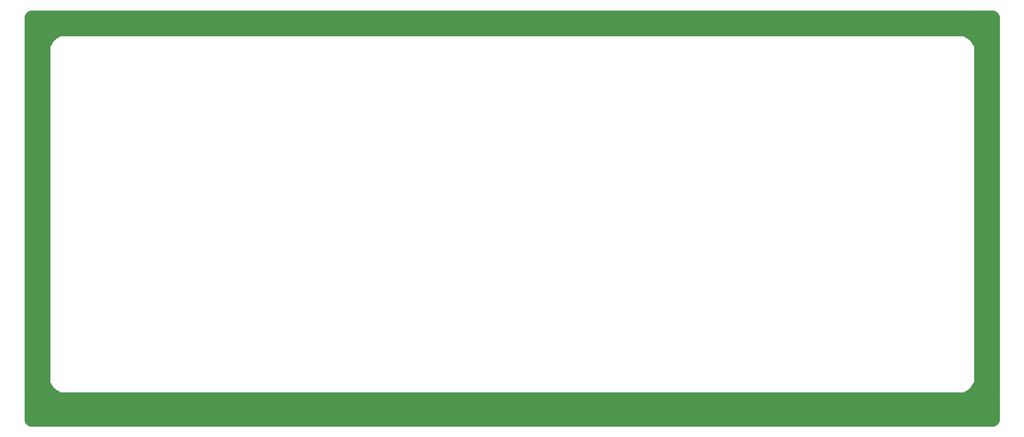
<source format=gto>
G04 #@! TF.GenerationSoftware,KiCad,Pcbnew,(5.1.5)-2*
G04 #@! TF.CreationDate,2020-10-19T23:10:20+09:00*
G04 #@! TF.ProjectId,astra515_bottom,61737472-6135-4313-955f-626f74746f6d,rev?*
G04 #@! TF.SameCoordinates,Original*
G04 #@! TF.FileFunction,Legend,Top*
G04 #@! TF.FilePolarity,Positive*
%FSLAX46Y46*%
G04 Gerber Fmt 4.6, Leading zero omitted, Abs format (unit mm)*
G04 Created by KiCad (PCBNEW (5.1.5)-2) date 2020-10-19 23:10:20*
%MOMM*%
%LPD*%
G04 APERTURE LIST*
%ADD10C,0.254000*%
G04 APERTURE END LIST*
D10*
G36*
X58293000Y-163703000D02*
G01*
X50927000Y-163703000D01*
X50927000Y-52561439D01*
X50965059Y-52439304D01*
X51090942Y-52159603D01*
X51249621Y-51897116D01*
X51438783Y-51655668D01*
X51655668Y-51438783D01*
X51897116Y-51249621D01*
X52159603Y-51090942D01*
X52439304Y-50965059D01*
X52561439Y-50927000D01*
X58293000Y-50927000D01*
X58293000Y-163703000D01*
G37*
X58293000Y-163703000D02*
X50927000Y-163703000D01*
X50927000Y-52561439D01*
X50965059Y-52439304D01*
X51090942Y-52159603D01*
X51249621Y-51897116D01*
X51438783Y-51655668D01*
X51655668Y-51438783D01*
X51897116Y-51249621D01*
X52159603Y-51090942D01*
X52439304Y-50965059D01*
X52561439Y-50927000D01*
X58293000Y-50927000D01*
X58293000Y-163703000D01*
G36*
X337450696Y-50965059D02*
G01*
X337730397Y-51090942D01*
X337992884Y-51249621D01*
X338234332Y-51438783D01*
X338451217Y-51655668D01*
X338640379Y-51897116D01*
X338799058Y-52159603D01*
X338924941Y-52439304D01*
X338963000Y-52561439D01*
X338963000Y-163703000D01*
X331597000Y-163703000D01*
X331597000Y-50927000D01*
X337328561Y-50927000D01*
X337450696Y-50965059D01*
G37*
X337450696Y-50965059D02*
X337730397Y-51090942D01*
X337992884Y-51249621D01*
X338234332Y-51438783D01*
X338451217Y-51655668D01*
X338640379Y-51897116D01*
X338799058Y-52159603D01*
X338924941Y-52439304D01*
X338963000Y-52561439D01*
X338963000Y-163703000D01*
X331597000Y-163703000D01*
X331597000Y-50927000D01*
X337328561Y-50927000D01*
X337450696Y-50965059D01*
G36*
X338963000Y-172228561D02*
G01*
X338924941Y-172350696D01*
X338799058Y-172630397D01*
X338640379Y-172892884D01*
X338451217Y-173134332D01*
X338234332Y-173351217D01*
X337992884Y-173540379D01*
X337730397Y-173699058D01*
X337450696Y-173824941D01*
X337328561Y-173863000D01*
X52561439Y-173863000D01*
X52439304Y-173824941D01*
X52159603Y-173699058D01*
X51897116Y-173540379D01*
X51655668Y-173351217D01*
X51438783Y-173134332D01*
X51249621Y-172892884D01*
X51090942Y-172630397D01*
X50965059Y-172350696D01*
X50927000Y-172228561D01*
X50927000Y-163957000D01*
X338963000Y-163957000D01*
X338963000Y-172228561D01*
G37*
X338963000Y-172228561D02*
X338924941Y-172350696D01*
X338799058Y-172630397D01*
X338640379Y-172892884D01*
X338451217Y-173134332D01*
X338234332Y-173351217D01*
X337992884Y-173540379D01*
X337730397Y-173699058D01*
X337450696Y-173824941D01*
X337328561Y-173863000D01*
X52561439Y-173863000D01*
X52439304Y-173824941D01*
X52159603Y-173699058D01*
X51897116Y-173540379D01*
X51655668Y-173351217D01*
X51438783Y-173134332D01*
X51249621Y-172892884D01*
X51090942Y-172630397D01*
X50965059Y-172350696D01*
X50927000Y-172228561D01*
X50927000Y-163957000D01*
X338963000Y-163957000D01*
X338963000Y-172228561D01*
G36*
X331343000Y-58293000D02*
G01*
X58547000Y-58293000D01*
X58547000Y-50927000D01*
X331343000Y-50927000D01*
X331343000Y-58293000D01*
G37*
X331343000Y-58293000D02*
X58547000Y-58293000D01*
X58547000Y-50927000D01*
X331343000Y-50927000D01*
X331343000Y-58293000D01*
G36*
X58655346Y-161432441D02*
G01*
X58667439Y-161458160D01*
X59073839Y-162118560D01*
X59083707Y-162132421D01*
X59540907Y-162691221D01*
X59563000Y-162712400D01*
X60172600Y-163169600D01*
X60185790Y-163178267D01*
X60896990Y-163584667D01*
X60915407Y-163593314D01*
X61207903Y-163703000D01*
X58547000Y-163703000D01*
X58547000Y-161113422D01*
X58655346Y-161432441D01*
G37*
X58655346Y-161432441D02*
X58667439Y-161458160D01*
X59073839Y-162118560D01*
X59083707Y-162132421D01*
X59540907Y-162691221D01*
X59563000Y-162712400D01*
X60172600Y-163169600D01*
X60185790Y-163178267D01*
X60896990Y-163584667D01*
X60915407Y-163593314D01*
X61207903Y-163703000D01*
X58547000Y-163703000D01*
X58547000Y-161113422D01*
X58655346Y-161432441D01*
G36*
X60817559Y-58655346D02*
G01*
X60791840Y-58667439D01*
X60131440Y-59073839D01*
X60117579Y-59083707D01*
X59558779Y-59540907D01*
X59537600Y-59563000D01*
X59080400Y-60172600D01*
X59071733Y-60185790D01*
X58665333Y-60896990D01*
X58656686Y-60915407D01*
X58547000Y-61207903D01*
X58547000Y-58547000D01*
X61136578Y-58547000D01*
X60817559Y-58655346D01*
G37*
X60817559Y-58655346D02*
X60791840Y-58667439D01*
X60131440Y-59073839D01*
X60117579Y-59083707D01*
X59558779Y-59540907D01*
X59537600Y-59563000D01*
X59080400Y-60172600D01*
X59071733Y-60185790D01*
X58665333Y-60896990D01*
X58656686Y-60915407D01*
X58547000Y-61207903D01*
X58547000Y-58547000D01*
X61136578Y-58547000D01*
X60817559Y-58655346D01*
G36*
X331343000Y-61136578D02*
G01*
X331234654Y-60817559D01*
X331222561Y-60791840D01*
X330816161Y-60131440D01*
X330806293Y-60117579D01*
X330349093Y-59558779D01*
X330327000Y-59537600D01*
X329717400Y-59080400D01*
X329704210Y-59071733D01*
X328993010Y-58665333D01*
X328974593Y-58656686D01*
X328682097Y-58547000D01*
X331343000Y-58547000D01*
X331343000Y-61136578D01*
G37*
X331343000Y-61136578D02*
X331234654Y-60817559D01*
X331222561Y-60791840D01*
X330816161Y-60131440D01*
X330806293Y-60117579D01*
X330349093Y-59558779D01*
X330327000Y-59537600D01*
X329717400Y-59080400D01*
X329704210Y-59071733D01*
X328993010Y-58665333D01*
X328974593Y-58656686D01*
X328682097Y-58547000D01*
X331343000Y-58547000D01*
X331343000Y-61136578D01*
G36*
X331343000Y-163703000D02*
G01*
X328753422Y-163703000D01*
X329072441Y-163594654D01*
X329098160Y-163582561D01*
X329758560Y-163176161D01*
X329772421Y-163166293D01*
X330331221Y-162709093D01*
X330352400Y-162687000D01*
X330809600Y-162077400D01*
X330818267Y-162064210D01*
X331224667Y-161353010D01*
X331233314Y-161334593D01*
X331343000Y-161042097D01*
X331343000Y-163703000D01*
G37*
X331343000Y-163703000D02*
X328753422Y-163703000D01*
X329072441Y-163594654D01*
X329098160Y-163582561D01*
X329758560Y-163176161D01*
X329772421Y-163166293D01*
X330331221Y-162709093D01*
X330352400Y-162687000D01*
X330809600Y-162077400D01*
X330818267Y-162064210D01*
X331224667Y-161353010D01*
X331233314Y-161334593D01*
X331343000Y-161042097D01*
X331343000Y-163703000D01*
M02*

</source>
